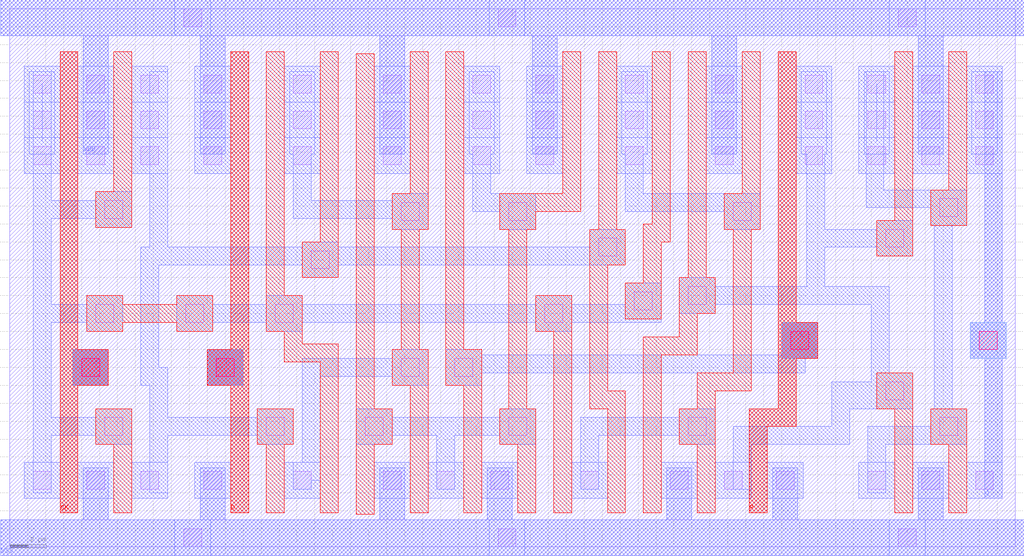
<source format=lef>
VERSION 5.3 ;

NAMESCASESENSITIVE ON ;

UNITS
  DATABASE MICRONS 1000 ;
END UNITS











MACRO rff1LEF
  CLASS BLOCK ;
  PIN CK
    DIRECTION INPUT ;
    PORT
      LAYER POL ;
        POLYGON 2.800 27.600  2.800 1.900  3.800 1.900  3.800 9.000  5.500 
        9.000  5.500 11.000  3.800 11.000  3.800 27.600  2.800 27.600  ;
    END
    PORT
      LAYER ML1 ;
        POLYGON 3.500 9.000  3.500 11.000  5.500 11.000  5.500 9.000  3.500 
        9.000  ;
    END
  END CK
  PIN D
    DIRECTION INPUT ;
    PORT
      LAYER POL ;
        POLYGON 11.000 11.000  11.000 9.000  12.300 9.000  12.300 1.900  
        13.300 1.900  13.300 27.600  12.300 27.600  12.300 11.000  11.000 
        11.000  ;
    END
    PORT
      LAYER ML1 ;
        POLYGON 11.000 11.000  11.000 9.000  13.000 9.000  13.000 11.000  
        11.000 11.000  ;
    END
  END D
  PIN Q
    DIRECTION OUTPUT ;
    PORT
      LAYER ML1 ;
        POLYGON 53.500 12.500  53.500 10.500  54.300 10.500  54.300 2.700  
        55.300 2.700  55.300 10.500  55.500 10.500  55.500 12.500  55.300 
        12.500  55.300 26.500  54.300 26.500  54.300 12.500  53.500 12.500  ;
    END
  END Q
  PIN R
    DIRECTION INPUT ;
    PORT
      LAYER POL ;
        POLYGON 41.200 7.700  41.200 1.900  42.200 1.900  42.200 6.700  43.800 
        6.700  43.800 10.500  45.000 10.500  45.000 12.500  43.800 12.500  
        43.800 27.600  42.800 27.600  42.800 7.700  41.200 7.700  ;
    END
    PORT
      LAYER ML1 ;
        RECT 43.000 10.500  45.000 12.500  ;
    END
  END R
  PIN VDD
    DIRECTION INOUT ;
    PORT
      LAYER ML1 ;
        POLYGON -0.500 30.500  -0.500 28.500  4.100 28.500  4.100 21.900  
        5.500 21.900  5.500 28.500  10.600 28.500  10.600 21.900  12.000 
        21.900  12.000 28.500  20.600 28.500  20.600 21.900  22.000 21.900  
        22.000 28.500  29.100 28.500  29.100 21.900  30.500 21.900  30.500 
        28.500  39.100 28.500  39.100 21.900  40.500 21.900  40.500 28.500  
        50.600 28.500  50.600 21.900  52.000 21.900  52.000 28.500  56.500 
        28.500  56.500 30.500  -0.500 30.500  ;
    END
  END VDD
  PIN VSS
    DIRECTION INOUT ;
    PORT
      LAYER ML1 ;
        POLYGON -0.500 1.500  -0.500 -0.500  56.500 -0.500  56.500 1.500  
        52.000 1.500  52.000 4.400  50.600 4.400  50.600 1.500  43.900 1.500  
        43.900 4.400  42.500 4.400  42.500 1.500  38.000 1.500  38.000 4.400  
        36.600 4.400  36.600 1.500  28.000 1.500  28.000 4.400  26.600 4.400  
        26.600 1.500  22.000 1.500  22.000 4.400  20.600 4.400  20.600 1.500  
        12.000 1.500  12.000 4.400  10.600 4.400  10.600 1.500  5.500 1.500  
        5.500 4.400  4.100 4.400  4.100 1.500  -0.500 1.500  ;
    END
  END VSS
  OBS
    LAYER CNT ;
      POLYGON 37.800 6.200  37.800 7.200  38.800 7.200  38.800 6.200  37.800 
      6.200  ;
      POLYGON 37.800 13.500  37.800 14.500  38.800 14.500  38.800 13.500  
      37.800 13.500  ;
      POLYGON 40.300 18.200  40.300 19.200  41.300 19.200  41.300 18.200  
      40.300 18.200  ;
      POLYGON 43.500 11.000  43.500 12.000  44.500 12.000  44.500 11.000  
      43.500 11.000  ;
      POLYGON 48.800 8.200  48.800 9.200  49.800 9.200  49.800 8.200  48.800 
      8.200  ;
      POLYGON 48.800 16.700  48.800 17.700  49.800 17.700  49.800 16.700  
      48.800 16.700  ;
      POLYGON 51.800 6.200  51.800 7.200  52.800 7.200  52.800 6.200  51.800 
      6.200  ;
      POLYGON 51.800 18.400  51.800 19.400  52.800 19.400  52.800 18.400  
      51.800 18.400  ;
      POLYGON 49.500 0.000  49.500 1.000  50.500 1.000  50.500 0.000  49.500 
      0.000  ;
      POLYGON 27.200 0.000  27.200 1.000  28.200 1.000  28.200 0.000  27.200 
      0.000  ;
      POLYGON 9.700 0.000  9.700 1.000  10.700 1.000  10.700 0.000  9.700 
      0.000  ;
      POLYGON 34.800 13.200  34.800 14.200  35.800 14.200  35.800 13.200  
      34.800 13.200  ;
      POLYGON 32.800 16.200  32.800 17.200  33.800 17.200  33.800 16.200  
      32.800 16.200  ;
      POLYGON 29.800 12.500  29.800 13.500  30.800 13.500  30.800 12.500  
      29.800 12.500  ;
      POLYGON 27.800 18.200  27.800 19.200  28.800 19.200  28.800 18.200  
      27.800 18.200  ;
      POLYGON 27.800 6.200  27.800 7.200  28.800 7.200  28.800 6.200  27.800 
      6.200  ;
      POLYGON 24.800 9.500  24.800 10.500  25.800 10.500  25.800 9.500  24.800 
      9.500  ;
      POLYGON 21.800 9.500  21.800 10.500  22.800 10.500  22.800 9.500  21.800 
      9.500  ;
      POLYGON 21.800 18.200  21.800 19.200  22.800 19.200  22.800 18.200  
      21.800 18.200  ;
      POLYGON 19.800 6.200  19.800 7.200  20.800 7.200  20.800 6.200  19.800 
      6.200  ;
      POLYGON 16.800 15.500  16.800 16.500  17.800 16.500  17.800 15.500  
      16.800 15.500  ;
      POLYGON 14.800 12.500  14.800 13.500  15.800 13.500  15.800 12.500  
      14.800 12.500  ;
      POLYGON 14.300 6.200  14.300 7.200  15.300 7.200  15.300 6.200  14.300 
      6.200  ;
      POLYGON 11.500 9.500  11.500 10.500  12.500 10.500  12.500 9.500  11.500 
      9.500  ;
      POLYGON 9.800 12.500  9.800 13.500  10.800 13.500  10.800 12.500  9.800 
      12.500  ;
      POLYGON 5.300 6.200  5.300 7.200  6.300 7.200  6.300 6.200  5.300 6.200  ;
      
      POLYGON 5.300 18.300  5.300 19.300  6.300 19.300  6.300 18.300  5.300 
      18.300  ;
      POLYGON 4.800 12.500  4.800 13.500  5.800 13.500  5.800 12.500  4.800 
      12.500  ;
      POLYGON 4.000 9.500  4.000 10.500  5.000 10.500  5.000 9.500  4.000 
      9.500  ;
      POLYGON 9.700 29.000  9.700 30.000  10.700 30.000  10.700 29.000  9.700 
      29.000  ;
      POLYGON 27.200 29.000  27.200 30.000  28.200 30.000  28.200 29.000  
      27.200 29.000  ;
      POLYGON 49.500 29.000  49.500 30.000  50.500 30.000  50.500 29.000  
      49.500 29.000  ;
      POLYGON 53.800 25.300  53.800 26.300  54.800 26.300  54.800 25.300  
      53.800 25.300  ;
      POLYGON 53.800 23.300  53.800 24.300  54.800 24.300  54.800 23.300  
      53.800 23.300  ;
      POLYGON 53.800 21.300  53.800 22.300  54.800 22.300  54.800 21.300  
      53.800 21.300  ;
      POLYGON 53.800 3.200  53.800 4.200  54.800 4.200  54.800 3.200  53.800 
      3.200  ;
      POLYGON 50.800 25.300  50.800 26.300  51.800 26.300  51.800 25.300  
      50.800 25.300  ;
      POLYGON 50.800 23.300  50.800 24.300  51.800 24.300  51.800 23.300  
      50.800 23.300  ;
      POLYGON 50.800 21.300  50.800 22.300  51.800 22.300  51.800 21.300  
      50.800 21.300  ;
      POLYGON 50.800 3.200  50.800 4.200  51.800 4.200  51.800 3.200  50.800 
      3.200  ;
      POLYGON 47.800 25.300  47.800 26.300  48.800 26.300  48.800 25.300  
      47.800 25.300  ;
      POLYGON 47.800 23.300  47.800 24.300  48.800 24.300  48.800 23.300  
      47.800 23.300  ;
      POLYGON 47.800 21.300  47.800 22.300  48.800 22.300  48.800 21.300  
      47.800 21.300  ;
      POLYGON 47.800 3.200  47.800 4.200  48.800 4.200  48.800 3.200  47.800 
      3.200  ;
      POLYGON 44.300 25.300  44.300 26.300  45.300 26.300  45.300 25.300  
      44.300 25.300  ;
      POLYGON 44.300 23.300  44.300 24.300  45.300 24.300  45.300 23.300  
      44.300 23.300  ;
      POLYGON 44.300 21.300  44.300 22.300  45.300 22.300  45.300 21.300  
      44.300 21.300  ;
      POLYGON 42.700 3.200  42.700 4.200  43.700 4.200  43.700 3.200  42.700 
      3.200  ;
      POLYGON 39.800 3.200  39.800 4.200  40.800 4.200  40.800 3.200  39.800 
      3.200  ;
      POLYGON 39.300 25.300  39.300 26.300  40.300 26.300  40.300 25.300  
      39.300 25.300  ;
      POLYGON 39.300 23.300  39.300 24.300  40.300 24.300  40.300 23.300  
      39.300 23.300  ;
      POLYGON 39.300 21.300  39.300 22.300  40.300 22.300  40.300 21.300  
      39.300 21.300  ;
      POLYGON 36.800 3.200  36.800 4.200  37.800 4.200  37.800 3.200  36.800 
      3.200  ;
      POLYGON 34.300 25.300  34.300 26.300  35.300 26.300  35.300 25.300  
      34.300 25.300  ;
      POLYGON 34.300 23.300  34.300 24.300  35.300 24.300  35.300 23.300  
      34.300 23.300  ;
      POLYGON 34.300 21.300  34.300 22.300  35.300 22.300  35.300 21.300  
      34.300 21.300  ;
      POLYGON 31.800 3.200  31.800 4.200  32.800 4.200  32.800 3.200  31.800 
      3.200  ;
      POLYGON 29.300 23.300  29.300 24.300  30.300 24.300  30.300 23.300  
      29.300 23.300  ;
      POLYGON 29.300 25.300  29.300 26.300  30.300 26.300  30.300 25.300  
      29.300 25.300  ;
      POLYGON 29.300 21.300  29.300 22.300  30.300 22.300  30.300 21.300  
      29.300 21.300  ;
      POLYGON 26.800 3.200  26.800 4.200  27.800 4.200  27.800 3.200  26.800 
      3.200  ;
      POLYGON 25.800 25.300  25.800 26.300  26.800 26.300  26.800 25.300  
      25.800 25.300  ;
      POLYGON 25.800 23.300  25.800 24.300  26.800 24.300  26.800 23.300  
      25.800 23.300  ;
      POLYGON 25.800 21.300  25.800 22.300  26.800 22.300  26.800 21.300  
      25.800 21.300  ;
      POLYGON 23.800 3.200  23.800 4.200  24.800 4.200  24.800 3.200  23.800 
      3.200  ;
      POLYGON 20.800 3.200  20.800 4.200  21.800 4.200  21.800 3.200  20.800 
      3.200  ;
      POLYGON 20.800 25.300  20.800 26.300  21.800 26.300  21.800 25.300  
      20.800 25.300  ;
      POLYGON 20.800 23.300  20.800 24.300  21.800 24.300  21.800 23.300  
      20.800 23.300  ;
      POLYGON 20.800 21.300  20.800 22.300  21.800 22.300  21.800 21.300  
      20.800 21.300  ;
      POLYGON 15.800 23.300  15.800 24.300  16.800 24.300  16.800 23.300  
      15.800 23.300  ;
      POLYGON 15.800 25.300  15.800 26.300  16.800 26.300  16.800 25.300  
      15.800 25.300  ;
      POLYGON 15.800 21.300  15.800 22.300  16.800 22.300  16.800 21.300  
      15.800 21.300  ;
      POLYGON 10.800 3.200  10.800 4.200  11.800 4.200  11.800 3.200  10.800 
      3.200  ;
      POLYGON 10.800 25.300  10.800 26.300  11.800 26.300  11.800 25.300  
      10.800 25.300  ;
      POLYGON 10.800 23.300  10.800 24.300  11.800 24.300  11.800 23.300  
      10.800 23.300  ;
      POLYGON 10.800 21.300  10.800 22.300  11.800 22.300  11.800 21.300  
      10.800 21.300  ;
      POLYGON 7.300 3.200  7.300 4.200  8.300 4.200  8.300 3.200  7.300 3.200  ;
      
      POLYGON 7.300 21.300  7.300 22.300  8.300 22.300  8.300 21.300  7.300 
      21.300  ;
      POLYGON 7.300 23.300  7.300 24.300  8.300 24.300  8.300 23.300  7.300 
      23.300  ;
      POLYGON 7.300 25.300  7.300 26.300  8.300 26.300  8.300 25.300  7.300 
      25.300  ;
      POLYGON 4.300 3.200  4.300 4.200  5.300 4.200  5.300 3.200  4.300 3.200  ;
      
      POLYGON 4.300 25.300  4.300 26.300  5.300 26.300  5.300 25.300  4.300 
      25.300  ;
      POLYGON 4.300 21.300  4.300 22.300  5.300 22.300  5.300 21.300  4.300 
      21.300  ;
      POLYGON 4.300 23.300  4.300 24.300  5.300 24.300  5.300 23.300  4.300 
      23.300  ;
      POLYGON 1.300 25.300  1.300 26.300  2.300 26.300  2.300 25.300  1.300 
      25.300  ;
      POLYGON 1.300 3.200  1.300 4.200  2.300 4.200  2.300 3.200  1.300 3.200  ;
      
      POLYGON 1.300 21.300  1.300 22.300  2.300 22.300  2.300 21.300  1.300 
      21.300  ;
      POLYGON 1.300 23.300  1.300 24.300  2.300 24.300  2.300 23.300  1.300 
      23.300  ;
      POLYGON 15.800 4.200  15.800 3.200  16.800 3.200  16.800 4.200  15.800 
      4.200  ;
    LAYER FRAME ;
      RECT -0.500 28.500  56.500 30.500  ;
      RECT -0.500 -0.500  56.500 1.500  ;
      POLYGON 0.000 0.000  56.000 0.000  56.000 30.000  0.000 30.000  0.000 
      0.000  ;
    LAYER ML1 ;
      WIDTH 1.400  ;
      PATH 1.800 22.600 1.800 25.800  ;
      WIDTH 1.400  ;
      PATH 48.300 22.600 48.300 25.800  ;
      POLYGON 53.300 2.700  55.300 2.700  55.300 4.700  53.300 4.700  53.300 
      2.700  ;
      WIDTH 1.400  ;
      PATH 54.300 22.600 54.300 25.800  ;
      POLYGON 3.500 9.000  3.500 11.000  5.500 11.000  5.500 9.000  3.500 
      9.000  ;
      RECT 9.200 -0.500  11.200 1.500  ;
      RECT 26.700 -0.500  28.700 1.500  ;
      RECT 49.000 -0.500  51.000 1.500  ;
      RECT 43.000 10.500  45.000 12.500  ;
      RECT 3.500 9.000  5.500 11.000  ;
      RECT 9.200 28.500  11.200 30.500  ;
      RECT 26.700 28.500  28.700 30.500  ;
      RECT 49.000 28.500  51.000 30.500  ;
      RECT 53.300 24.800  55.300 26.800  ;
      RECT 53.300 22.800  55.300 24.800  ;
      RECT 53.300 20.800  55.300 22.800  ;
      RECT 53.300 2.700  55.300 4.700  ;
      RECT 50.300 24.800  52.300 26.800  ;
      RECT 50.300 22.800  52.300 24.800  ;
      RECT 50.300 20.800  52.300 22.800  ;
      RECT 50.300 2.700  52.300 4.700  ;
      RECT 47.300 24.800  49.300 26.800  ;
      RECT 47.300 22.800  49.300 24.800  ;
      RECT 47.300 20.800  49.300 22.800  ;
      RECT 47.300 2.700  49.300 4.700  ;
      RECT 43.800 24.800  45.800 26.800  ;
      RECT 43.800 22.800  45.800 24.800  ;
      RECT 43.800 20.800  45.800 22.800  ;
      RECT 42.200 2.700  44.200 4.700  ;
      RECT 39.300 2.700  41.300 4.700  ;
      RECT 38.800 24.800  40.800 26.800  ;
      RECT 38.800 22.800  40.800 24.800  ;
      RECT 38.800 20.800  40.800 22.800  ;
      RECT 36.300 2.700  38.300 4.700  ;
      RECT 33.800 24.800  35.800 26.800  ;
      RECT 33.800 22.800  35.800 24.800  ;
      RECT 33.800 20.800  35.800 22.800  ;
      RECT 31.300 2.700  33.300 4.700  ;
      RECT 28.800 22.800  30.800 24.800  ;
      RECT 28.800 24.800  30.800 26.800  ;
      RECT 28.800 20.800  30.800 22.800  ;
      RECT 26.300 2.700  28.300 4.700  ;
      RECT 25.300 24.800  27.300 26.800  ;
      RECT 25.300 22.800  27.300 24.800  ;
      RECT 25.300 20.800  27.300 22.800  ;
      RECT 23.300 2.700  25.300 4.700  ;
      RECT 20.300 2.700  22.300 4.700  ;
      RECT 20.300 24.800  22.300 26.800  ;
      RECT 20.300 22.800  22.300 24.800  ;
      RECT 20.300 20.800  22.300 22.800  ;
      RECT 15.300 2.700  17.300 4.700  ;
      RECT 15.300 22.800  17.300 24.800  ;
      RECT 15.300 24.800  17.300 26.800  ;
      RECT 15.300 20.800  17.300 22.800  ;
      RECT 10.300 2.700  12.300 4.700  ;
      RECT 10.300 24.800  12.300 26.800  ;
      RECT 10.300 22.800  12.300 24.800  ;
      RECT 10.300 20.800  12.300 22.800  ;
      RECT 6.800 2.700  8.800 4.700  ;
      RECT 6.800 20.800  8.800 22.800  ;
      RECT 6.800 22.800  8.800 24.800  ;
      RECT 6.800 24.800  8.800 26.800  ;
      RECT 3.800 2.700  5.800 4.700  ;
      RECT 3.800 24.800  5.800 26.800  ;
      RECT 3.800 20.800  5.800 22.800  ;
      RECT 3.800 22.800  5.800 24.800  ;
      RECT 0.800 24.800  2.800 26.800  ;
      RECT 0.800 2.700  2.800 4.700  ;
      RECT 0.800 20.800  2.800 22.800  ;
      RECT 0.800 22.800  2.800 24.800  ;
      POLYGON -0.500 30.500  -0.500 28.500  4.100 28.500  4.100 21.900  5.500 
      21.900  5.500 28.500  10.600 28.500  10.600 21.900  12.000 21.900  
      12.000 28.500  20.600 28.500  20.600 21.900  22.000 21.900  22.000 
      28.500  29.100 28.500  29.100 21.900  30.500 21.900  30.500 28.500  
      39.100 28.500  39.100 21.900  40.500 21.900  40.500 28.500  50.600 
      28.500  50.600 21.900  52.000 21.900  52.000 28.500  56.500 28.500  
      56.500 30.500  -0.500 30.500  ;
      POLYGON -0.500 1.500  -0.500 -0.500  56.500 -0.500  56.500 1.500  52.000 
      1.500  52.000 4.400  50.600 4.400  50.600 1.500  43.900 1.500  43.900 
      4.400  42.500 4.400  42.500 1.500  38.000 1.500  38.000 4.400  36.600 
      4.400  36.600 1.500  28.000 1.500  28.000 4.400  26.600 4.400  26.600 
      1.500  22.000 1.500  22.000 4.400  20.600 4.400  20.600 1.500  12.000 
      1.500  12.000 4.400  10.600 4.400  10.600 1.500  5.500 1.500  5.500 
      4.400  4.100 4.400  4.100 1.500  -0.500 1.500  ;
      POLYGON 1.300 26.500  1.300 3.000  2.300 3.000  2.300 6.200  4.800 6.200 
       4.800 5.700  6.800 5.700  6.800 7.700  4.800 7.700  4.800 7.200  2.300 
      7.200  2.300 12.500  4.300 12.500  4.300 12.000  6.300 12.000  6.300 
      14.000  4.300 14.000  4.300 13.500  2.300 13.500  2.300 18.300  4.800 
      18.300  4.800 17.800  6.800 17.800  6.800 19.800  4.800 19.800  4.800 
      19.300  2.300 19.300  2.300 26.500  1.300 26.500  ;
      POLYGON 7.300 16.700  7.300 9.000  7.800 9.000  7.800 3.000  8.800 3.000 
       8.800 6.200  13.800 6.200  13.800 5.700  15.800 5.700  15.800 7.700  
      13.800 7.700  13.800 7.200  8.800 7.200  8.800 10.000  8.300 10.000  
      8.300 15.700  16.300 15.700  16.300 15.000  18.300 15.000  18.300 15.700 
       34.300 15.700  34.300 17.700  32.300 17.700  32.300 16.700  18.300 
      16.700  18.300 17.000  16.300 17.000  16.300 16.700  8.800 16.700  8.800 
      26.500  7.800 26.500  7.800 16.700  7.300 16.700  ;
      POLYGON 11.000 11.000  11.000 9.000  13.000 9.000  13.000 11.000  11.000 
      11.000  ;
      POLYGON 9.300 14.000  9.300 12.000  11.300 12.000  11.300 12.500  14.300 
      12.500  14.300 12.000  16.300 12.000  16.300 12.500  29.300 12.500  
      29.300 12.000  31.300 12.000  31.300 12.500  36.300 12.500  36.300 
      14.700  34.300 14.700  34.300 13.500  31.300 13.500  31.300 14.000  
      29.300 14.000  29.300 13.500  16.300 13.500  16.300 14.000  14.300 
      14.000  14.300 13.500  11.300 13.500  11.300 14.000  9.300 14.000  ;
      POLYGON 15.600 26.500  15.600 21.900  15.800 21.900  15.800 18.300  
      21.300 18.300  21.300 17.700  23.300 17.700  23.300 19.700  21.300 
      19.700  21.300 19.300  16.800 19.300  16.800 21.900  17.000 21.900  
      17.000 26.500  15.600 26.500  ;
      POLYGON 15.800 4.700  15.800 3.200  16.800 3.200  16.800 3.700  17.300 
      3.700  17.300 9.500  21.300 9.500  21.300 9.000  23.300 9.000  23.300 
      11.000  21.300 11.000  21.300 10.500  16.300 10.500  16.300 4.700  
      15.800 4.700  ;
      POLYGON 19.300 7.700  19.300 5.700  21.300 5.700  21.300 6.200  23.800 
      6.200  23.800 3.200  24.800 3.200  24.800 6.200  27.300 6.200  27.300 
      5.700  29.300 5.700  29.300 7.700  27.300 7.700  27.300 7.200  21.300 
      7.200  21.300 7.700  19.300 7.700  ;
      POLYGON 24.300 11.000  24.300 9.000  26.300 9.000  26.300 9.700  44.300 
      9.700  44.300 10.500  45.000 10.500  45.000 12.500  43.000 12.500  
      43.000 10.700  26.300 10.700  26.300 11.000  24.300 11.000  ;
      POLYGON 25.600 26.500  25.600 21.900  25.800 21.900  25.800 18.700  
      27.300 18.700  27.300 17.700  29.300 17.700  29.300 19.700  26.800 
      19.700  26.800 21.900  27.000 21.900  27.000 26.500  25.600 26.500  ;
      POLYGON 31.800 7.200  31.800 3.200  32.800 3.200  32.800 6.200  37.300 
      6.200  37.300 5.700  39.300 5.700  39.300 7.700  37.300 7.700  37.300 
      7.200  31.800 7.200  ;
      POLYGON 34.100 26.500  34.100 21.900  34.300 21.900  34.300 18.700  
      39.800 18.700  39.800 17.700  41.800 17.700  41.800 19.700  35.300 
      19.700  35.300 21.900  35.500 21.900  35.500 26.500  34.100 26.500  ;
      POLYGON 40.300 6.700  40.300 3.200  41.300 3.200  41.300 5.700  46.800 
      5.700  46.800 7.700  50.300 7.700  50.300 9.700  49.000 9.700  49.000 
      14.500  45.400 14.500  45.400 16.700  48.300 16.700  48.300 16.200  
      50.300 16.200  50.300 18.200  48.300 18.200  48.300 17.700  45.400 
      17.700  45.400 21.900  45.500 21.900  45.500 26.500  44.100 26.500  
      44.100 21.900  44.400 21.900  44.400 14.500  39.300 14.500  39.300 
      15.000  37.300 15.000  37.300 13.000  39.300 13.000  39.300 13.500  
      48.000 13.500  48.000 9.200  45.800 9.200  45.800 6.700  40.300 6.700  ;
      POLYGON 47.800 6.700  47.800 3.000  48.800 3.000  48.800 5.700  53.300 
      5.700  53.300 7.700  52.500 7.700  52.500 17.900  53.300 17.900  53.300 
      19.900  48.700 19.900  48.700 26.500  47.700 26.500  47.700 18.900  
      51.300 18.900  51.300 17.900  51.500 17.900  51.500 7.700  51.300 7.700  
      51.300 6.700  47.800 6.700  ;
      POLYGON 53.500 12.500  53.500 10.500  54.300 10.500  54.300 2.700  
      55.300 2.700  55.300 10.500  55.500 10.500  55.500 12.500  55.300 12.500 
       55.300 26.500  54.300 26.500  54.300 12.500  53.500 12.500  ;
    LAYER ML2 ;
      POLYGON 53.500 12.500  53.500 10.500  55.500 10.500  55.500 12.500  
      53.500 12.500  ;
      POLYGON 43.000 12.500  43.000 10.500  45.000 10.500  45.000 12.500  
      43.000 12.500  ;
      POLYGON 11.000 11.000  11.000 9.000  13.000 9.000  13.000 11.000  11.000 
      11.000  ;
      POLYGON 3.500 9.000  3.500 11.000  5.500 11.000  5.500 9.000  3.500 
      9.000  ;
    LAYER POL ;
      POLYGON 2.800 27.600  2.800 1.900  3.800 1.900  3.800 9.000  5.500 9.000 
       5.500 11.000  3.800 11.000  3.800 27.600  2.800 27.600  ;
      POLYGON 4.800 19.800  4.800 17.800  6.800 17.800  6.800 27.600  5.800 
      27.600  5.800 19.800  4.800 19.800  ;
      POLYGON 4.800 7.700  4.800 5.700  5.800 5.700  5.800 1.900  6.800 1.900  
      6.800 7.700  4.800 7.700  ;
      POLYGON 4.300 14.000  4.300 12.000  6.300 12.000  6.300 12.500  9.300 
      12.500  9.300 12.000  11.300 12.000  11.300 14.000  9.300 14.000  9.300 
      13.500  6.300 13.500  6.300 14.000  4.300 14.000  ;
      POLYGON 11.000 11.000  11.000 9.000  12.300 9.000  12.300 1.900  13.300 
      1.900  13.300 27.600  12.300 27.600  12.300 11.000  11.000 11.000  ;
      POLYGON 13.800 7.700  13.800 5.700  14.300 5.700  14.300 1.900  15.300 
      1.900  15.300 5.700  15.800 5.700  15.800 7.700  13.800 7.700  ;
      POLYGON 14.300 27.600  14.300 12.000  15.300 12.000  15.300 10.300  
      17.300 10.300  17.300 1.900  18.300 1.900  18.300 11.300  16.300 11.300  
      16.300 14.000  15.300 14.000  15.300 27.600  14.300 27.600  ;
      POLYGON 16.300 17.000  16.300 15.000  18.300 15.000  18.300 27.600  
      17.300 27.600  17.300 17.000  16.300 17.000  ;
      POLYGON 19.300 27.500  19.300 1.800  20.300 1.800  20.300 5.700  21.300 
      5.700  21.300 7.700  20.300 7.700  20.300 27.500  19.300 27.500  ;
      POLYGON 21.300 11.000  21.300 9.000  22.300 9.000  22.300 1.900  23.300 
      1.900  23.300 11.000  22.800 11.000  22.800 17.700  23.300 17.700  
      23.300 27.600  22.300 27.600  22.300 19.700  21.300 19.700  21.300 
      17.700  21.800 17.700  21.800 11.000  21.300 11.000  ;
      POLYGON 24.300 27.600  24.300 9.000  25.300 9.000  25.300 1.900  26.300 
      1.900  26.300 11.000  25.300 11.000  25.300 27.600  24.300 27.600  ;
      POLYGON 27.300 7.700  27.300 5.700  28.300 5.700  28.300 1.900  29.300 
      1.900  29.300 7.700  28.800 7.700  28.800 17.700  29.300 17.700  29.300 
      18.700  31.800 18.700  31.800 27.600  30.800 27.600  30.800 19.700  
      27.300 19.700  27.300 17.700  27.800 17.700  27.800 7.700  27.300 7.700  ;
      
      POLYGON 29.300 14.000  29.300 12.000  30.300 12.000  30.300 1.900  
      31.300 1.900  31.300 14.000  29.300 14.000  ;
      POLYGON 32.300 17.700  32.300 7.700  33.300 7.700  33.300 1.900  34.300 
      1.900  34.300 8.700  33.300 8.700  33.300 15.700  34.300 15.700  34.300 
      17.700  33.800 17.700  33.800 27.600  32.800 27.600  32.800 17.700  
      32.300 17.700  ;
      POLYGON 37.300 7.700  37.300 5.700  38.300 5.700  38.300 1.900  39.300 
      1.900  39.300 8.700  41.300 8.700  41.300 17.700  41.800 17.700  41.800 
      27.600  40.800 27.600  40.800 19.700  39.800 19.700  39.800 17.700  
      40.300 17.700  40.300 9.700  38.300 9.700  38.300 7.700  37.300 7.700  ;
      POLYGON 34.300 14.700  34.300 12.700  36.300 12.700  36.300 17.000  
      36.800 17.000  36.800 27.600  35.800 27.600  35.800 18.000  35.300 
      18.000  35.300 14.700  34.300 14.700  ;
      POLYGON 35.300 11.700  35.300 1.900  36.300 1.900  36.300 10.700  38.300 
      10.700  38.300 13.000  39.300 13.000  39.300 15.000  38.800 15.000  
      38.800 27.600  37.800 27.600  37.800 15.000  37.300 15.000  37.300 
      11.700  35.300 11.700  ;
      POLYGON 41.200 7.700  41.200 1.900  42.200 1.900  42.200 6.700  43.800 
      6.700  43.800 10.500  45.000 10.500  45.000 12.500  43.800 12.500  
      43.800 27.600  42.800 27.600  42.800 7.700  41.200 7.700  ;
      POLYGON 51.300 7.700  51.300 5.700  52.300 5.700  52.300 1.900  53.300 
      1.900  53.300 7.700  51.300 7.700  ;
      POLYGON 48.300 9.700  48.300 7.700  49.300 7.700  49.300 1.900  50.300 
      1.900  50.300 9.700  48.300 9.700  ;
      POLYGON 48.300 18.200  48.300 16.200  50.300 16.200  50.300 27.600  
      49.300 27.600  49.300 18.200  48.300 18.200  ;
      POLYGON 51.300 19.900  51.300 17.900  53.300 17.900  53.300 27.600  
      52.300 27.600  52.300 19.900  51.300 19.900  ;
    LAYER VIA1 ;
      POLYGON 43.500 11.000  43.500 12.000  44.500 12.000  44.500 11.000  
      43.500 11.000  ;
      POLYGON 11.500 9.500  11.500 10.500  12.500 10.500  12.500 9.500  11.500 
      9.500  ;
      POLYGON 4.000 9.500  4.000 10.500  5.000 10.500  5.000 9.500  4.000 
      9.500  ;
      POLYGON 54.000 11.000  54.000 12.000  55.000 12.000  55.000 11.000  
      54.000 11.000  ;
  END
END rff1LEF


END LIBRARY

</source>
